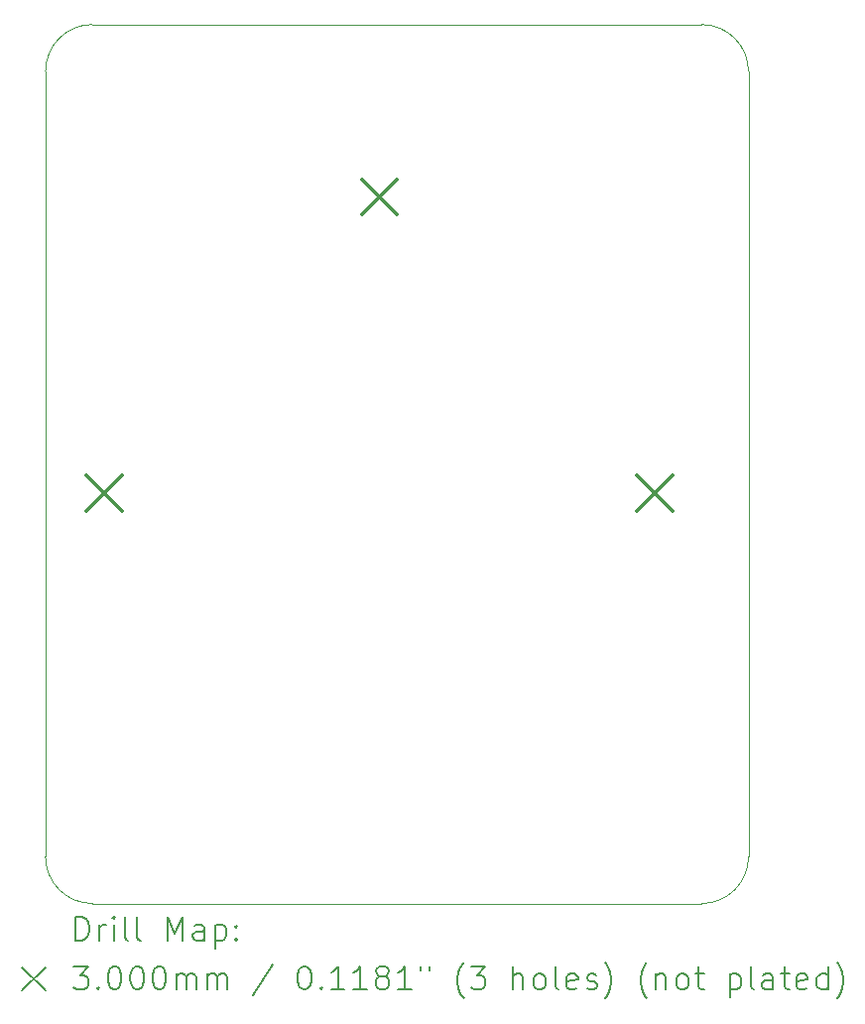
<source format=gbr>
%TF.GenerationSoftware,KiCad,Pcbnew,7.0.11-7.0.11~ubuntu22.04.1*%
%TF.CreationDate,2024-10-12T06:54:47+07:00*%
%TF.ProjectId,scale,7363616c-652e-46b6-9963-61645f706362,rev?*%
%TF.SameCoordinates,Original*%
%TF.FileFunction,Drillmap*%
%TF.FilePolarity,Positive*%
%FSLAX45Y45*%
G04 Gerber Fmt 4.5, Leading zero omitted, Abs format (unit mm)*
G04 Created by KiCad (PCBNEW 7.0.11-7.0.11~ubuntu22.04.1) date 2024-10-12 06:54:47*
%MOMM*%
%LPD*%
G01*
G04 APERTURE LIST*
%ADD10C,0.050000*%
%ADD11C,0.200000*%
%ADD12C,0.300000*%
G04 APERTURE END LIST*
D10*
X0Y-8600000D02*
X0Y-1900000D01*
X0Y-8600000D02*
G75*
G03*
X400000Y-9000000I400000J0D01*
G01*
X5600000Y-9000000D02*
G75*
G03*
X6000000Y-8600000I0J400000D01*
G01*
X400000Y-1500000D02*
X5600000Y-1500000D01*
X6000000Y-1900000D02*
X6000000Y-8600000D01*
X6000000Y-1900000D02*
G75*
G03*
X5600000Y-1500000I-400000J0D01*
G01*
X5600000Y-9000000D02*
X400000Y-9000000D01*
X400000Y-1500000D02*
G75*
G03*
X0Y-1900000I0J-400000D01*
G01*
D11*
D12*
X350000Y-5350000D02*
X650000Y-5650000D01*
X650000Y-5350000D02*
X350000Y-5650000D01*
X2700000Y-2823500D02*
X3000000Y-3123500D01*
X3000000Y-2823500D02*
X2700000Y-3123500D01*
X5050000Y-5350000D02*
X5350000Y-5650000D01*
X5350000Y-5350000D02*
X5050000Y-5650000D01*
D11*
X258277Y-9313984D02*
X258277Y-9113984D01*
X258277Y-9113984D02*
X305896Y-9113984D01*
X305896Y-9113984D02*
X334467Y-9123508D01*
X334467Y-9123508D02*
X353515Y-9142555D01*
X353515Y-9142555D02*
X363039Y-9161603D01*
X363039Y-9161603D02*
X372562Y-9199698D01*
X372562Y-9199698D02*
X372562Y-9228270D01*
X372562Y-9228270D02*
X363039Y-9266365D01*
X363039Y-9266365D02*
X353515Y-9285412D01*
X353515Y-9285412D02*
X334467Y-9304460D01*
X334467Y-9304460D02*
X305896Y-9313984D01*
X305896Y-9313984D02*
X258277Y-9313984D01*
X458277Y-9313984D02*
X458277Y-9180650D01*
X458277Y-9218746D02*
X467801Y-9199698D01*
X467801Y-9199698D02*
X477324Y-9190174D01*
X477324Y-9190174D02*
X496372Y-9180650D01*
X496372Y-9180650D02*
X515420Y-9180650D01*
X582086Y-9313984D02*
X582086Y-9180650D01*
X582086Y-9113984D02*
X572563Y-9123508D01*
X572563Y-9123508D02*
X582086Y-9133031D01*
X582086Y-9133031D02*
X591610Y-9123508D01*
X591610Y-9123508D02*
X582086Y-9113984D01*
X582086Y-9113984D02*
X582086Y-9133031D01*
X705896Y-9313984D02*
X686848Y-9304460D01*
X686848Y-9304460D02*
X677324Y-9285412D01*
X677324Y-9285412D02*
X677324Y-9113984D01*
X810658Y-9313984D02*
X791610Y-9304460D01*
X791610Y-9304460D02*
X782086Y-9285412D01*
X782086Y-9285412D02*
X782086Y-9113984D01*
X1039229Y-9313984D02*
X1039229Y-9113984D01*
X1039229Y-9113984D02*
X1105896Y-9256841D01*
X1105896Y-9256841D02*
X1172563Y-9113984D01*
X1172563Y-9113984D02*
X1172563Y-9313984D01*
X1353515Y-9313984D02*
X1353515Y-9209222D01*
X1353515Y-9209222D02*
X1343991Y-9190174D01*
X1343991Y-9190174D02*
X1324944Y-9180650D01*
X1324944Y-9180650D02*
X1286848Y-9180650D01*
X1286848Y-9180650D02*
X1267801Y-9190174D01*
X1353515Y-9304460D02*
X1334467Y-9313984D01*
X1334467Y-9313984D02*
X1286848Y-9313984D01*
X1286848Y-9313984D02*
X1267801Y-9304460D01*
X1267801Y-9304460D02*
X1258277Y-9285412D01*
X1258277Y-9285412D02*
X1258277Y-9266365D01*
X1258277Y-9266365D02*
X1267801Y-9247317D01*
X1267801Y-9247317D02*
X1286848Y-9237793D01*
X1286848Y-9237793D02*
X1334467Y-9237793D01*
X1334467Y-9237793D02*
X1353515Y-9228270D01*
X1448753Y-9180650D02*
X1448753Y-9380650D01*
X1448753Y-9190174D02*
X1467801Y-9180650D01*
X1467801Y-9180650D02*
X1505896Y-9180650D01*
X1505896Y-9180650D02*
X1524943Y-9190174D01*
X1524943Y-9190174D02*
X1534467Y-9199698D01*
X1534467Y-9199698D02*
X1543991Y-9218746D01*
X1543991Y-9218746D02*
X1543991Y-9275889D01*
X1543991Y-9275889D02*
X1534467Y-9294936D01*
X1534467Y-9294936D02*
X1524943Y-9304460D01*
X1524943Y-9304460D02*
X1505896Y-9313984D01*
X1505896Y-9313984D02*
X1467801Y-9313984D01*
X1467801Y-9313984D02*
X1448753Y-9304460D01*
X1629705Y-9294936D02*
X1639229Y-9304460D01*
X1639229Y-9304460D02*
X1629705Y-9313984D01*
X1629705Y-9313984D02*
X1620182Y-9304460D01*
X1620182Y-9304460D02*
X1629705Y-9294936D01*
X1629705Y-9294936D02*
X1629705Y-9313984D01*
X1629705Y-9190174D02*
X1639229Y-9199698D01*
X1639229Y-9199698D02*
X1629705Y-9209222D01*
X1629705Y-9209222D02*
X1620182Y-9199698D01*
X1620182Y-9199698D02*
X1629705Y-9190174D01*
X1629705Y-9190174D02*
X1629705Y-9209222D01*
X-202500Y-9542500D02*
X-2500Y-9742500D01*
X-2500Y-9542500D02*
X-202500Y-9742500D01*
X239229Y-9533984D02*
X363039Y-9533984D01*
X363039Y-9533984D02*
X296372Y-9610174D01*
X296372Y-9610174D02*
X324944Y-9610174D01*
X324944Y-9610174D02*
X343991Y-9619698D01*
X343991Y-9619698D02*
X353515Y-9629222D01*
X353515Y-9629222D02*
X363039Y-9648270D01*
X363039Y-9648270D02*
X363039Y-9695889D01*
X363039Y-9695889D02*
X353515Y-9714936D01*
X353515Y-9714936D02*
X343991Y-9724460D01*
X343991Y-9724460D02*
X324944Y-9733984D01*
X324944Y-9733984D02*
X267801Y-9733984D01*
X267801Y-9733984D02*
X248753Y-9724460D01*
X248753Y-9724460D02*
X239229Y-9714936D01*
X448753Y-9714936D02*
X458277Y-9724460D01*
X458277Y-9724460D02*
X448753Y-9733984D01*
X448753Y-9733984D02*
X439229Y-9724460D01*
X439229Y-9724460D02*
X448753Y-9714936D01*
X448753Y-9714936D02*
X448753Y-9733984D01*
X582086Y-9533984D02*
X601134Y-9533984D01*
X601134Y-9533984D02*
X620182Y-9543508D01*
X620182Y-9543508D02*
X629705Y-9553031D01*
X629705Y-9553031D02*
X639229Y-9572079D01*
X639229Y-9572079D02*
X648753Y-9610174D01*
X648753Y-9610174D02*
X648753Y-9657793D01*
X648753Y-9657793D02*
X639229Y-9695889D01*
X639229Y-9695889D02*
X629705Y-9714936D01*
X629705Y-9714936D02*
X620182Y-9724460D01*
X620182Y-9724460D02*
X601134Y-9733984D01*
X601134Y-9733984D02*
X582086Y-9733984D01*
X582086Y-9733984D02*
X563039Y-9724460D01*
X563039Y-9724460D02*
X553515Y-9714936D01*
X553515Y-9714936D02*
X543991Y-9695889D01*
X543991Y-9695889D02*
X534467Y-9657793D01*
X534467Y-9657793D02*
X534467Y-9610174D01*
X534467Y-9610174D02*
X543991Y-9572079D01*
X543991Y-9572079D02*
X553515Y-9553031D01*
X553515Y-9553031D02*
X563039Y-9543508D01*
X563039Y-9543508D02*
X582086Y-9533984D01*
X772562Y-9533984D02*
X791610Y-9533984D01*
X791610Y-9533984D02*
X810658Y-9543508D01*
X810658Y-9543508D02*
X820182Y-9553031D01*
X820182Y-9553031D02*
X829705Y-9572079D01*
X829705Y-9572079D02*
X839229Y-9610174D01*
X839229Y-9610174D02*
X839229Y-9657793D01*
X839229Y-9657793D02*
X829705Y-9695889D01*
X829705Y-9695889D02*
X820182Y-9714936D01*
X820182Y-9714936D02*
X810658Y-9724460D01*
X810658Y-9724460D02*
X791610Y-9733984D01*
X791610Y-9733984D02*
X772562Y-9733984D01*
X772562Y-9733984D02*
X753515Y-9724460D01*
X753515Y-9724460D02*
X743991Y-9714936D01*
X743991Y-9714936D02*
X734467Y-9695889D01*
X734467Y-9695889D02*
X724943Y-9657793D01*
X724943Y-9657793D02*
X724943Y-9610174D01*
X724943Y-9610174D02*
X734467Y-9572079D01*
X734467Y-9572079D02*
X743991Y-9553031D01*
X743991Y-9553031D02*
X753515Y-9543508D01*
X753515Y-9543508D02*
X772562Y-9533984D01*
X963039Y-9533984D02*
X982086Y-9533984D01*
X982086Y-9533984D02*
X1001134Y-9543508D01*
X1001134Y-9543508D02*
X1010658Y-9553031D01*
X1010658Y-9553031D02*
X1020182Y-9572079D01*
X1020182Y-9572079D02*
X1029705Y-9610174D01*
X1029705Y-9610174D02*
X1029705Y-9657793D01*
X1029705Y-9657793D02*
X1020182Y-9695889D01*
X1020182Y-9695889D02*
X1010658Y-9714936D01*
X1010658Y-9714936D02*
X1001134Y-9724460D01*
X1001134Y-9724460D02*
X982086Y-9733984D01*
X982086Y-9733984D02*
X963039Y-9733984D01*
X963039Y-9733984D02*
X943991Y-9724460D01*
X943991Y-9724460D02*
X934467Y-9714936D01*
X934467Y-9714936D02*
X924943Y-9695889D01*
X924943Y-9695889D02*
X915420Y-9657793D01*
X915420Y-9657793D02*
X915420Y-9610174D01*
X915420Y-9610174D02*
X924943Y-9572079D01*
X924943Y-9572079D02*
X934467Y-9553031D01*
X934467Y-9553031D02*
X943991Y-9543508D01*
X943991Y-9543508D02*
X963039Y-9533984D01*
X1115420Y-9733984D02*
X1115420Y-9600650D01*
X1115420Y-9619698D02*
X1124944Y-9610174D01*
X1124944Y-9610174D02*
X1143991Y-9600650D01*
X1143991Y-9600650D02*
X1172563Y-9600650D01*
X1172563Y-9600650D02*
X1191610Y-9610174D01*
X1191610Y-9610174D02*
X1201134Y-9629222D01*
X1201134Y-9629222D02*
X1201134Y-9733984D01*
X1201134Y-9629222D02*
X1210658Y-9610174D01*
X1210658Y-9610174D02*
X1229705Y-9600650D01*
X1229705Y-9600650D02*
X1258277Y-9600650D01*
X1258277Y-9600650D02*
X1277325Y-9610174D01*
X1277325Y-9610174D02*
X1286848Y-9629222D01*
X1286848Y-9629222D02*
X1286848Y-9733984D01*
X1382086Y-9733984D02*
X1382086Y-9600650D01*
X1382086Y-9619698D02*
X1391610Y-9610174D01*
X1391610Y-9610174D02*
X1410658Y-9600650D01*
X1410658Y-9600650D02*
X1439229Y-9600650D01*
X1439229Y-9600650D02*
X1458277Y-9610174D01*
X1458277Y-9610174D02*
X1467801Y-9629222D01*
X1467801Y-9629222D02*
X1467801Y-9733984D01*
X1467801Y-9629222D02*
X1477324Y-9610174D01*
X1477324Y-9610174D02*
X1496372Y-9600650D01*
X1496372Y-9600650D02*
X1524943Y-9600650D01*
X1524943Y-9600650D02*
X1543991Y-9610174D01*
X1543991Y-9610174D02*
X1553515Y-9629222D01*
X1553515Y-9629222D02*
X1553515Y-9733984D01*
X1943991Y-9524460D02*
X1772563Y-9781603D01*
X2201134Y-9533984D02*
X2220182Y-9533984D01*
X2220182Y-9533984D02*
X2239229Y-9543508D01*
X2239229Y-9543508D02*
X2248753Y-9553031D01*
X2248753Y-9553031D02*
X2258277Y-9572079D01*
X2258277Y-9572079D02*
X2267801Y-9610174D01*
X2267801Y-9610174D02*
X2267801Y-9657793D01*
X2267801Y-9657793D02*
X2258277Y-9695889D01*
X2258277Y-9695889D02*
X2248753Y-9714936D01*
X2248753Y-9714936D02*
X2239229Y-9724460D01*
X2239229Y-9724460D02*
X2220182Y-9733984D01*
X2220182Y-9733984D02*
X2201134Y-9733984D01*
X2201134Y-9733984D02*
X2182087Y-9724460D01*
X2182087Y-9724460D02*
X2172563Y-9714936D01*
X2172563Y-9714936D02*
X2163039Y-9695889D01*
X2163039Y-9695889D02*
X2153515Y-9657793D01*
X2153515Y-9657793D02*
X2153515Y-9610174D01*
X2153515Y-9610174D02*
X2163039Y-9572079D01*
X2163039Y-9572079D02*
X2172563Y-9553031D01*
X2172563Y-9553031D02*
X2182087Y-9543508D01*
X2182087Y-9543508D02*
X2201134Y-9533984D01*
X2353515Y-9714936D02*
X2363039Y-9724460D01*
X2363039Y-9724460D02*
X2353515Y-9733984D01*
X2353515Y-9733984D02*
X2343991Y-9724460D01*
X2343991Y-9724460D02*
X2353515Y-9714936D01*
X2353515Y-9714936D02*
X2353515Y-9733984D01*
X2553515Y-9733984D02*
X2439229Y-9733984D01*
X2496372Y-9733984D02*
X2496372Y-9533984D01*
X2496372Y-9533984D02*
X2477325Y-9562555D01*
X2477325Y-9562555D02*
X2458277Y-9581603D01*
X2458277Y-9581603D02*
X2439229Y-9591127D01*
X2743991Y-9733984D02*
X2629706Y-9733984D01*
X2686848Y-9733984D02*
X2686848Y-9533984D01*
X2686848Y-9533984D02*
X2667801Y-9562555D01*
X2667801Y-9562555D02*
X2648753Y-9581603D01*
X2648753Y-9581603D02*
X2629706Y-9591127D01*
X2858277Y-9619698D02*
X2839229Y-9610174D01*
X2839229Y-9610174D02*
X2829706Y-9600650D01*
X2829706Y-9600650D02*
X2820182Y-9581603D01*
X2820182Y-9581603D02*
X2820182Y-9572079D01*
X2820182Y-9572079D02*
X2829706Y-9553031D01*
X2829706Y-9553031D02*
X2839229Y-9543508D01*
X2839229Y-9543508D02*
X2858277Y-9533984D01*
X2858277Y-9533984D02*
X2896372Y-9533984D01*
X2896372Y-9533984D02*
X2915420Y-9543508D01*
X2915420Y-9543508D02*
X2924944Y-9553031D01*
X2924944Y-9553031D02*
X2934467Y-9572079D01*
X2934467Y-9572079D02*
X2934467Y-9581603D01*
X2934467Y-9581603D02*
X2924944Y-9600650D01*
X2924944Y-9600650D02*
X2915420Y-9610174D01*
X2915420Y-9610174D02*
X2896372Y-9619698D01*
X2896372Y-9619698D02*
X2858277Y-9619698D01*
X2858277Y-9619698D02*
X2839229Y-9629222D01*
X2839229Y-9629222D02*
X2829706Y-9638746D01*
X2829706Y-9638746D02*
X2820182Y-9657793D01*
X2820182Y-9657793D02*
X2820182Y-9695889D01*
X2820182Y-9695889D02*
X2829706Y-9714936D01*
X2829706Y-9714936D02*
X2839229Y-9724460D01*
X2839229Y-9724460D02*
X2858277Y-9733984D01*
X2858277Y-9733984D02*
X2896372Y-9733984D01*
X2896372Y-9733984D02*
X2915420Y-9724460D01*
X2915420Y-9724460D02*
X2924944Y-9714936D01*
X2924944Y-9714936D02*
X2934467Y-9695889D01*
X2934467Y-9695889D02*
X2934467Y-9657793D01*
X2934467Y-9657793D02*
X2924944Y-9638746D01*
X2924944Y-9638746D02*
X2915420Y-9629222D01*
X2915420Y-9629222D02*
X2896372Y-9619698D01*
X3124944Y-9733984D02*
X3010658Y-9733984D01*
X3067801Y-9733984D02*
X3067801Y-9533984D01*
X3067801Y-9533984D02*
X3048753Y-9562555D01*
X3048753Y-9562555D02*
X3029706Y-9581603D01*
X3029706Y-9581603D02*
X3010658Y-9591127D01*
X3201134Y-9533984D02*
X3201134Y-9572079D01*
X3277325Y-9533984D02*
X3277325Y-9572079D01*
X3572563Y-9810174D02*
X3563039Y-9800650D01*
X3563039Y-9800650D02*
X3543991Y-9772079D01*
X3543991Y-9772079D02*
X3534468Y-9753031D01*
X3534468Y-9753031D02*
X3524944Y-9724460D01*
X3524944Y-9724460D02*
X3515420Y-9676841D01*
X3515420Y-9676841D02*
X3515420Y-9638746D01*
X3515420Y-9638746D02*
X3524944Y-9591127D01*
X3524944Y-9591127D02*
X3534468Y-9562555D01*
X3534468Y-9562555D02*
X3543991Y-9543508D01*
X3543991Y-9543508D02*
X3563039Y-9514936D01*
X3563039Y-9514936D02*
X3572563Y-9505412D01*
X3629706Y-9533984D02*
X3753515Y-9533984D01*
X3753515Y-9533984D02*
X3686848Y-9610174D01*
X3686848Y-9610174D02*
X3715420Y-9610174D01*
X3715420Y-9610174D02*
X3734468Y-9619698D01*
X3734468Y-9619698D02*
X3743991Y-9629222D01*
X3743991Y-9629222D02*
X3753515Y-9648270D01*
X3753515Y-9648270D02*
X3753515Y-9695889D01*
X3753515Y-9695889D02*
X3743991Y-9714936D01*
X3743991Y-9714936D02*
X3734468Y-9724460D01*
X3734468Y-9724460D02*
X3715420Y-9733984D01*
X3715420Y-9733984D02*
X3658277Y-9733984D01*
X3658277Y-9733984D02*
X3639229Y-9724460D01*
X3639229Y-9724460D02*
X3629706Y-9714936D01*
X3991610Y-9733984D02*
X3991610Y-9533984D01*
X4077325Y-9733984D02*
X4077325Y-9629222D01*
X4077325Y-9629222D02*
X4067801Y-9610174D01*
X4067801Y-9610174D02*
X4048753Y-9600650D01*
X4048753Y-9600650D02*
X4020182Y-9600650D01*
X4020182Y-9600650D02*
X4001134Y-9610174D01*
X4001134Y-9610174D02*
X3991610Y-9619698D01*
X4201134Y-9733984D02*
X4182087Y-9724460D01*
X4182087Y-9724460D02*
X4172563Y-9714936D01*
X4172563Y-9714936D02*
X4163039Y-9695889D01*
X4163039Y-9695889D02*
X4163039Y-9638746D01*
X4163039Y-9638746D02*
X4172563Y-9619698D01*
X4172563Y-9619698D02*
X4182087Y-9610174D01*
X4182087Y-9610174D02*
X4201134Y-9600650D01*
X4201134Y-9600650D02*
X4229706Y-9600650D01*
X4229706Y-9600650D02*
X4248753Y-9610174D01*
X4248753Y-9610174D02*
X4258277Y-9619698D01*
X4258277Y-9619698D02*
X4267801Y-9638746D01*
X4267801Y-9638746D02*
X4267801Y-9695889D01*
X4267801Y-9695889D02*
X4258277Y-9714936D01*
X4258277Y-9714936D02*
X4248753Y-9724460D01*
X4248753Y-9724460D02*
X4229706Y-9733984D01*
X4229706Y-9733984D02*
X4201134Y-9733984D01*
X4382087Y-9733984D02*
X4363039Y-9724460D01*
X4363039Y-9724460D02*
X4353515Y-9705412D01*
X4353515Y-9705412D02*
X4353515Y-9533984D01*
X4534468Y-9724460D02*
X4515420Y-9733984D01*
X4515420Y-9733984D02*
X4477325Y-9733984D01*
X4477325Y-9733984D02*
X4458277Y-9724460D01*
X4458277Y-9724460D02*
X4448753Y-9705412D01*
X4448753Y-9705412D02*
X4448753Y-9629222D01*
X4448753Y-9629222D02*
X4458277Y-9610174D01*
X4458277Y-9610174D02*
X4477325Y-9600650D01*
X4477325Y-9600650D02*
X4515420Y-9600650D01*
X4515420Y-9600650D02*
X4534468Y-9610174D01*
X4534468Y-9610174D02*
X4543992Y-9629222D01*
X4543992Y-9629222D02*
X4543992Y-9648270D01*
X4543992Y-9648270D02*
X4448753Y-9667317D01*
X4620182Y-9724460D02*
X4639230Y-9733984D01*
X4639230Y-9733984D02*
X4677325Y-9733984D01*
X4677325Y-9733984D02*
X4696373Y-9724460D01*
X4696373Y-9724460D02*
X4705896Y-9705412D01*
X4705896Y-9705412D02*
X4705896Y-9695889D01*
X4705896Y-9695889D02*
X4696373Y-9676841D01*
X4696373Y-9676841D02*
X4677325Y-9667317D01*
X4677325Y-9667317D02*
X4648753Y-9667317D01*
X4648753Y-9667317D02*
X4629706Y-9657793D01*
X4629706Y-9657793D02*
X4620182Y-9638746D01*
X4620182Y-9638746D02*
X4620182Y-9629222D01*
X4620182Y-9629222D02*
X4629706Y-9610174D01*
X4629706Y-9610174D02*
X4648753Y-9600650D01*
X4648753Y-9600650D02*
X4677325Y-9600650D01*
X4677325Y-9600650D02*
X4696373Y-9610174D01*
X4772563Y-9810174D02*
X4782087Y-9800650D01*
X4782087Y-9800650D02*
X4801134Y-9772079D01*
X4801134Y-9772079D02*
X4810658Y-9753031D01*
X4810658Y-9753031D02*
X4820182Y-9724460D01*
X4820182Y-9724460D02*
X4829706Y-9676841D01*
X4829706Y-9676841D02*
X4829706Y-9638746D01*
X4829706Y-9638746D02*
X4820182Y-9591127D01*
X4820182Y-9591127D02*
X4810658Y-9562555D01*
X4810658Y-9562555D02*
X4801134Y-9543508D01*
X4801134Y-9543508D02*
X4782087Y-9514936D01*
X4782087Y-9514936D02*
X4772563Y-9505412D01*
X5134468Y-9810174D02*
X5124944Y-9800650D01*
X5124944Y-9800650D02*
X5105896Y-9772079D01*
X5105896Y-9772079D02*
X5096373Y-9753031D01*
X5096373Y-9753031D02*
X5086849Y-9724460D01*
X5086849Y-9724460D02*
X5077325Y-9676841D01*
X5077325Y-9676841D02*
X5077325Y-9638746D01*
X5077325Y-9638746D02*
X5086849Y-9591127D01*
X5086849Y-9591127D02*
X5096373Y-9562555D01*
X5096373Y-9562555D02*
X5105896Y-9543508D01*
X5105896Y-9543508D02*
X5124944Y-9514936D01*
X5124944Y-9514936D02*
X5134468Y-9505412D01*
X5210658Y-9600650D02*
X5210658Y-9733984D01*
X5210658Y-9619698D02*
X5220182Y-9610174D01*
X5220182Y-9610174D02*
X5239230Y-9600650D01*
X5239230Y-9600650D02*
X5267801Y-9600650D01*
X5267801Y-9600650D02*
X5286849Y-9610174D01*
X5286849Y-9610174D02*
X5296373Y-9629222D01*
X5296373Y-9629222D02*
X5296373Y-9733984D01*
X5420182Y-9733984D02*
X5401134Y-9724460D01*
X5401134Y-9724460D02*
X5391611Y-9714936D01*
X5391611Y-9714936D02*
X5382087Y-9695889D01*
X5382087Y-9695889D02*
X5382087Y-9638746D01*
X5382087Y-9638746D02*
X5391611Y-9619698D01*
X5391611Y-9619698D02*
X5401134Y-9610174D01*
X5401134Y-9610174D02*
X5420182Y-9600650D01*
X5420182Y-9600650D02*
X5448754Y-9600650D01*
X5448754Y-9600650D02*
X5467801Y-9610174D01*
X5467801Y-9610174D02*
X5477325Y-9619698D01*
X5477325Y-9619698D02*
X5486849Y-9638746D01*
X5486849Y-9638746D02*
X5486849Y-9695889D01*
X5486849Y-9695889D02*
X5477325Y-9714936D01*
X5477325Y-9714936D02*
X5467801Y-9724460D01*
X5467801Y-9724460D02*
X5448754Y-9733984D01*
X5448754Y-9733984D02*
X5420182Y-9733984D01*
X5543992Y-9600650D02*
X5620182Y-9600650D01*
X5572563Y-9533984D02*
X5572563Y-9705412D01*
X5572563Y-9705412D02*
X5582087Y-9724460D01*
X5582087Y-9724460D02*
X5601134Y-9733984D01*
X5601134Y-9733984D02*
X5620182Y-9733984D01*
X5839230Y-9600650D02*
X5839230Y-9800650D01*
X5839230Y-9610174D02*
X5858277Y-9600650D01*
X5858277Y-9600650D02*
X5896373Y-9600650D01*
X5896373Y-9600650D02*
X5915420Y-9610174D01*
X5915420Y-9610174D02*
X5924944Y-9619698D01*
X5924944Y-9619698D02*
X5934468Y-9638746D01*
X5934468Y-9638746D02*
X5934468Y-9695889D01*
X5934468Y-9695889D02*
X5924944Y-9714936D01*
X5924944Y-9714936D02*
X5915420Y-9724460D01*
X5915420Y-9724460D02*
X5896373Y-9733984D01*
X5896373Y-9733984D02*
X5858277Y-9733984D01*
X5858277Y-9733984D02*
X5839230Y-9724460D01*
X6048753Y-9733984D02*
X6029706Y-9724460D01*
X6029706Y-9724460D02*
X6020182Y-9705412D01*
X6020182Y-9705412D02*
X6020182Y-9533984D01*
X6210658Y-9733984D02*
X6210658Y-9629222D01*
X6210658Y-9629222D02*
X6201134Y-9610174D01*
X6201134Y-9610174D02*
X6182087Y-9600650D01*
X6182087Y-9600650D02*
X6143992Y-9600650D01*
X6143992Y-9600650D02*
X6124944Y-9610174D01*
X6210658Y-9724460D02*
X6191611Y-9733984D01*
X6191611Y-9733984D02*
X6143992Y-9733984D01*
X6143992Y-9733984D02*
X6124944Y-9724460D01*
X6124944Y-9724460D02*
X6115420Y-9705412D01*
X6115420Y-9705412D02*
X6115420Y-9686365D01*
X6115420Y-9686365D02*
X6124944Y-9667317D01*
X6124944Y-9667317D02*
X6143992Y-9657793D01*
X6143992Y-9657793D02*
X6191611Y-9657793D01*
X6191611Y-9657793D02*
X6210658Y-9648270D01*
X6277325Y-9600650D02*
X6353515Y-9600650D01*
X6305896Y-9533984D02*
X6305896Y-9705412D01*
X6305896Y-9705412D02*
X6315420Y-9724460D01*
X6315420Y-9724460D02*
X6334468Y-9733984D01*
X6334468Y-9733984D02*
X6353515Y-9733984D01*
X6496373Y-9724460D02*
X6477325Y-9733984D01*
X6477325Y-9733984D02*
X6439230Y-9733984D01*
X6439230Y-9733984D02*
X6420182Y-9724460D01*
X6420182Y-9724460D02*
X6410658Y-9705412D01*
X6410658Y-9705412D02*
X6410658Y-9629222D01*
X6410658Y-9629222D02*
X6420182Y-9610174D01*
X6420182Y-9610174D02*
X6439230Y-9600650D01*
X6439230Y-9600650D02*
X6477325Y-9600650D01*
X6477325Y-9600650D02*
X6496373Y-9610174D01*
X6496373Y-9610174D02*
X6505896Y-9629222D01*
X6505896Y-9629222D02*
X6505896Y-9648270D01*
X6505896Y-9648270D02*
X6410658Y-9667317D01*
X6677325Y-9733984D02*
X6677325Y-9533984D01*
X6677325Y-9724460D02*
X6658277Y-9733984D01*
X6658277Y-9733984D02*
X6620182Y-9733984D01*
X6620182Y-9733984D02*
X6601134Y-9724460D01*
X6601134Y-9724460D02*
X6591611Y-9714936D01*
X6591611Y-9714936D02*
X6582087Y-9695889D01*
X6582087Y-9695889D02*
X6582087Y-9638746D01*
X6582087Y-9638746D02*
X6591611Y-9619698D01*
X6591611Y-9619698D02*
X6601134Y-9610174D01*
X6601134Y-9610174D02*
X6620182Y-9600650D01*
X6620182Y-9600650D02*
X6658277Y-9600650D01*
X6658277Y-9600650D02*
X6677325Y-9610174D01*
X6753515Y-9810174D02*
X6763039Y-9800650D01*
X6763039Y-9800650D02*
X6782087Y-9772079D01*
X6782087Y-9772079D02*
X6791611Y-9753031D01*
X6791611Y-9753031D02*
X6801134Y-9724460D01*
X6801134Y-9724460D02*
X6810658Y-9676841D01*
X6810658Y-9676841D02*
X6810658Y-9638746D01*
X6810658Y-9638746D02*
X6801134Y-9591127D01*
X6801134Y-9591127D02*
X6791611Y-9562555D01*
X6791611Y-9562555D02*
X6782087Y-9543508D01*
X6782087Y-9543508D02*
X6763039Y-9514936D01*
X6763039Y-9514936D02*
X6753515Y-9505412D01*
M02*

</source>
